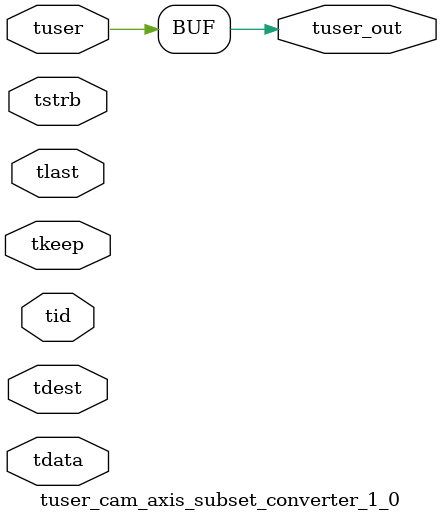
<source format=v>


`timescale 1ps/1ps

module tuser_cam_axis_subset_converter_1_0 #
(
parameter C_S_AXIS_TUSER_WIDTH = 1,
parameter C_S_AXIS_TDATA_WIDTH = 32,
parameter C_S_AXIS_TID_WIDTH   = 0,
parameter C_S_AXIS_TDEST_WIDTH = 0,
parameter C_M_AXIS_TUSER_WIDTH = 1
)
(
input  [(C_S_AXIS_TUSER_WIDTH == 0 ? 1 : C_S_AXIS_TUSER_WIDTH)-1:0     ] tuser,
input  [(C_S_AXIS_TDATA_WIDTH == 0 ? 1 : C_S_AXIS_TDATA_WIDTH)-1:0     ] tdata,
input  [(C_S_AXIS_TID_WIDTH   == 0 ? 1 : C_S_AXIS_TID_WIDTH)-1:0       ] tid,
input  [(C_S_AXIS_TDEST_WIDTH == 0 ? 1 : C_S_AXIS_TDEST_WIDTH)-1:0     ] tdest,
input  [(C_S_AXIS_TDATA_WIDTH/8)-1:0 ] tkeep,
input  [(C_S_AXIS_TDATA_WIDTH/8)-1:0 ] tstrb,
input                                                                    tlast,
output [C_M_AXIS_TUSER_WIDTH-1:0] tuser_out
);

assign tuser_out = {tuser[0:0]};

endmodule


</source>
